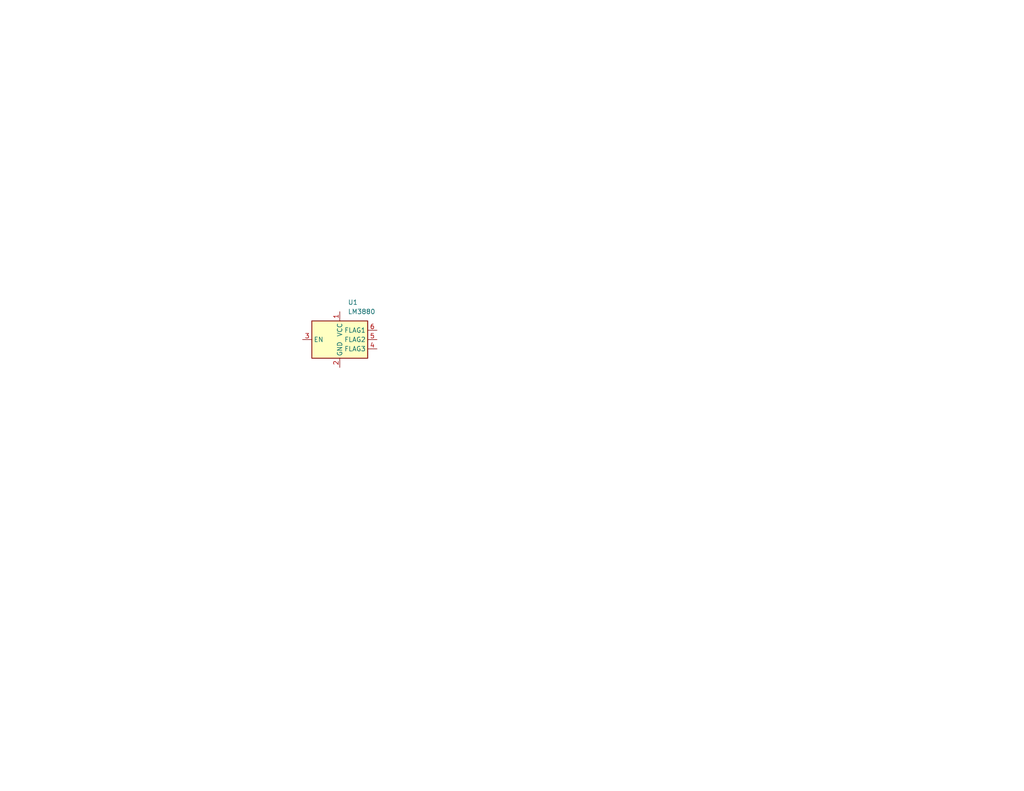
<source format=kicad_sch>
(kicad_sch (version 20231120) (generator "eeschema") (generator_version "8.0")
  (paper "A")
  (title_block (title "ARBITRARY WAVEFORM GENERATOR") (date "2024-09-11") (rev "0.0.1") (company "Tomasz Brzyzek"))
  (lib_symbols
    (symbol "Power_Supervisor:LM3880"
      (property "Reference" "U" (at 1.27 8.89 0))
      (property "Value" "LM3880" (at 3.81 6.35 0))
      (symbol "LM3880_0_1"
        (rectangle (start -7.62 5.08) (end 7.62 -5.08) (stroke (width 0.254)) (fill (type background)))
      )
      (symbol "LM3880_1_1"
        (pin power_in line (at 0 7.62 270) (length 2.54) (name "VCC") (number "1"))
        (pin power_in line (at 0 -7.62 90) (length 2.54) (name "GND") (number "2"))
        (pin input line (at -10.16 0 0) (length 2.54) (name "EN") (number "3"))
        (pin open_collector line (at 10.16 -2.54 180) (length 2.54) (name "FLAG3") (number "4"))
        (pin open_collector line (at 10.16 0 180) (length 2.54) (name "FLAG2") (number "5"))
        (pin open_collector line (at 10.16 2.54 180) (length 2.54) (name "FLAG1") (number "6"))
      )
    )
  )
  (symbol (lib_id "Power_Supervisor:LM3880") (at 92.71 92.71 0) (unit 1)
    (property "Reference" "U1" (at 94.9041 82.55 0) (effects (justify left)))
    (property "Value" "LM3880" (at 94.9041 85.09 0) (effects (justify left)))
    (property "Footprint" "Package_TO_SOT_SMD:SOT-23-6" (effects (hide yes)))
    (property "Datasheet" "http://www.ti.com/lit/ds/symlink/lm3880.pdf" (effects (hide yes)))
    (property "Description" "Simple Power Sequencer, SOT-23-6" (effects (hide yes)))
  )
)
</source>
